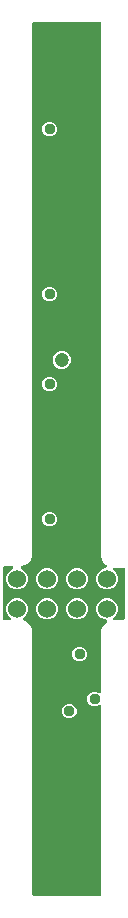
<source format=gbr>
G04 EAGLE Gerber RS-274X export*
G75*
%MOMM*%
%FSLAX34Y34*%
%LPD*%
%INEAGLE Copper Layer 2*%
%IPPOS*%
%AMOC8*
5,1,8,0,0,1.08239X$1,22.5*%
G01*
%ADD10C,1.524000*%
%ADD11C,0.956400*%
%ADD12C,1.206400*%

G36*
X67926Y10938D02*
X67926Y10938D01*
X68045Y10945D01*
X68083Y10958D01*
X68124Y10963D01*
X68234Y11006D01*
X68347Y11043D01*
X68382Y11065D01*
X68419Y11080D01*
X68515Y11149D01*
X68616Y11213D01*
X68644Y11243D01*
X68677Y11266D01*
X68753Y11358D01*
X68834Y11445D01*
X68854Y11480D01*
X68879Y11511D01*
X68930Y11619D01*
X68988Y11723D01*
X68998Y11763D01*
X69015Y11799D01*
X69037Y11916D01*
X69067Y12031D01*
X69071Y12091D01*
X69075Y12111D01*
X69073Y12132D01*
X69077Y12192D01*
X69077Y171394D01*
X69060Y171532D01*
X69047Y171672D01*
X69040Y171690D01*
X69037Y171710D01*
X68986Y171840D01*
X68939Y171971D01*
X68928Y171987D01*
X68920Y172005D01*
X68838Y172118D01*
X68760Y172234D01*
X68745Y172247D01*
X68734Y172263D01*
X68626Y172352D01*
X68521Y172444D01*
X68504Y172453D01*
X68489Y172465D01*
X68362Y172525D01*
X68238Y172588D01*
X68219Y172593D01*
X68201Y172601D01*
X68064Y172627D01*
X67927Y172658D01*
X67908Y172657D01*
X67889Y172661D01*
X67750Y172652D01*
X67610Y172648D01*
X67591Y172642D01*
X67571Y172641D01*
X67439Y172598D01*
X67304Y172559D01*
X67287Y172549D01*
X67269Y172543D01*
X67231Y172519D01*
X64755Y171493D01*
X62245Y171493D01*
X59928Y172453D01*
X58153Y174228D01*
X57193Y176545D01*
X57193Y179055D01*
X58153Y181372D01*
X59928Y183147D01*
X62245Y184107D01*
X64755Y184107D01*
X67306Y183050D01*
X67309Y183049D01*
X67415Y182999D01*
X67434Y182995D01*
X67452Y182988D01*
X67591Y182966D01*
X67728Y182939D01*
X67747Y182941D01*
X67767Y182937D01*
X67906Y182950D01*
X68045Y182959D01*
X68064Y182965D01*
X68083Y182967D01*
X68215Y183014D01*
X68347Y183057D01*
X68364Y183068D01*
X68383Y183074D01*
X68498Y183153D01*
X68616Y183227D01*
X68630Y183242D01*
X68646Y183253D01*
X68738Y183357D01*
X68834Y183459D01*
X68844Y183476D01*
X68857Y183491D01*
X68920Y183615D01*
X68988Y183737D01*
X68992Y183756D01*
X69001Y183774D01*
X69032Y183910D01*
X69067Y184045D01*
X69069Y184073D01*
X69071Y184084D01*
X69071Y184104D01*
X69077Y184206D01*
X69077Y235983D01*
X70740Y239997D01*
X73731Y242989D01*
X73817Y243098D01*
X73905Y243205D01*
X73914Y243224D01*
X73926Y243240D01*
X73982Y243368D01*
X74041Y243493D01*
X74045Y243513D01*
X74053Y243532D01*
X74075Y243670D01*
X74101Y243806D01*
X74099Y243826D01*
X74103Y243846D01*
X74090Y243985D01*
X74081Y244123D01*
X74075Y244142D01*
X74073Y244162D01*
X74026Y244294D01*
X73983Y244425D01*
X73972Y244443D01*
X73965Y244462D01*
X73887Y244577D01*
X73813Y244694D01*
X73798Y244708D01*
X73787Y244725D01*
X73682Y244817D01*
X73581Y244912D01*
X73563Y244922D01*
X73548Y244935D01*
X73424Y244999D01*
X73303Y245066D01*
X73283Y245071D01*
X73265Y245080D01*
X73129Y245110D01*
X72995Y245145D01*
X72967Y245147D01*
X72955Y245150D01*
X72934Y245149D01*
X72834Y245155D01*
X72181Y245155D01*
X68820Y246547D01*
X66247Y249120D01*
X64855Y252481D01*
X64855Y256119D01*
X66247Y259480D01*
X68820Y262053D01*
X72181Y263445D01*
X75819Y263445D01*
X79180Y262053D01*
X81753Y259480D01*
X83145Y256119D01*
X83145Y252481D01*
X81753Y249120D01*
X79532Y246899D01*
X79447Y246790D01*
X79358Y246683D01*
X79350Y246664D01*
X79337Y246648D01*
X79282Y246520D01*
X79223Y246395D01*
X79219Y246375D01*
X79211Y246356D01*
X79189Y246218D01*
X79163Y246082D01*
X79164Y246062D01*
X79161Y246042D01*
X79174Y245903D01*
X79183Y245765D01*
X79189Y245746D01*
X79191Y245726D01*
X79238Y245594D01*
X79281Y245463D01*
X79291Y245445D01*
X79298Y245426D01*
X79376Y245311D01*
X79451Y245194D01*
X79466Y245180D01*
X79477Y245163D01*
X79581Y245071D01*
X79682Y244976D01*
X79700Y244966D01*
X79715Y244953D01*
X79839Y244889D01*
X79961Y244822D01*
X79980Y244817D01*
X79999Y244808D01*
X80134Y244778D01*
X80269Y244743D01*
X80297Y244741D01*
X80309Y244738D01*
X80329Y244739D01*
X80430Y244733D01*
X87808Y244733D01*
X87926Y244748D01*
X88045Y244755D01*
X88083Y244768D01*
X88124Y244773D01*
X88234Y244816D01*
X88347Y244853D01*
X88382Y244875D01*
X88419Y244890D01*
X88515Y244959D01*
X88616Y245023D01*
X88644Y245053D01*
X88677Y245076D01*
X88753Y245168D01*
X88834Y245255D01*
X88854Y245290D01*
X88879Y245321D01*
X88930Y245429D01*
X88988Y245533D01*
X88998Y245573D01*
X89015Y245609D01*
X89037Y245726D01*
X89067Y245841D01*
X89071Y245901D01*
X89075Y245921D01*
X89073Y245942D01*
X89077Y246002D01*
X89077Y287808D01*
X89062Y287926D01*
X89055Y288045D01*
X89042Y288083D01*
X89037Y288124D01*
X88994Y288234D01*
X88957Y288347D01*
X88935Y288382D01*
X88920Y288419D01*
X88851Y288515D01*
X88787Y288616D01*
X88757Y288644D01*
X88734Y288677D01*
X88642Y288753D01*
X88555Y288834D01*
X88520Y288854D01*
X88489Y288879D01*
X88381Y288930D01*
X88277Y288988D01*
X88237Y288998D01*
X88201Y289015D01*
X88084Y289037D01*
X87969Y289067D01*
X87909Y289071D01*
X87889Y289075D01*
X87868Y289073D01*
X87808Y289077D01*
X80620Y289077D01*
X80482Y289060D01*
X80343Y289047D01*
X80324Y289040D01*
X80304Y289037D01*
X80175Y288986D01*
X80044Y288939D01*
X80027Y288928D01*
X80008Y288920D01*
X79896Y288839D01*
X79781Y288761D01*
X79767Y288745D01*
X79751Y288734D01*
X79662Y288626D01*
X79570Y288522D01*
X79561Y288504D01*
X79548Y288489D01*
X79489Y288363D01*
X79426Y288239D01*
X79421Y288219D01*
X79413Y288201D01*
X79387Y288065D01*
X79356Y287929D01*
X79357Y287908D01*
X79353Y287889D01*
X79361Y287750D01*
X79366Y287611D01*
X79371Y287591D01*
X79373Y287571D01*
X79415Y287439D01*
X79454Y287305D01*
X79464Y287288D01*
X79471Y287269D01*
X79545Y287151D01*
X79616Y287031D01*
X79634Y287010D01*
X79641Y287000D01*
X79656Y286986D01*
X79722Y286911D01*
X81753Y284880D01*
X83145Y281519D01*
X83145Y277881D01*
X81753Y274520D01*
X79180Y271947D01*
X75819Y270555D01*
X72181Y270555D01*
X68820Y271947D01*
X66247Y274520D01*
X64855Y277881D01*
X64855Y281519D01*
X66247Y284880D01*
X68820Y287453D01*
X72181Y288845D01*
X72644Y288845D01*
X72781Y288862D01*
X72920Y288875D01*
X72939Y288882D01*
X72960Y288885D01*
X73088Y288936D01*
X73220Y288983D01*
X73236Y288994D01*
X73255Y289002D01*
X73368Y289083D01*
X73483Y289161D01*
X73496Y289177D01*
X73513Y289188D01*
X73601Y289296D01*
X73693Y289400D01*
X73702Y289418D01*
X73715Y289433D01*
X73775Y289559D01*
X73838Y289683D01*
X73842Y289703D01*
X73851Y289721D01*
X73877Y289857D01*
X73907Y289993D01*
X73907Y290014D01*
X73911Y290033D01*
X73902Y290172D01*
X73898Y290311D01*
X73892Y290331D01*
X73891Y290351D01*
X73848Y290483D01*
X73809Y290617D01*
X73799Y290634D01*
X73793Y290653D01*
X73718Y290771D01*
X73648Y290891D01*
X73629Y290912D01*
X73623Y290922D01*
X73608Y290936D01*
X73541Y291011D01*
X70740Y293813D01*
X69077Y297827D01*
X69077Y749808D01*
X69062Y749926D01*
X69055Y750045D01*
X69042Y750083D01*
X69037Y750124D01*
X68994Y750234D01*
X68957Y750347D01*
X68935Y750382D01*
X68920Y750419D01*
X68851Y750515D01*
X68787Y750616D01*
X68757Y750644D01*
X68734Y750677D01*
X68642Y750753D01*
X68555Y750834D01*
X68520Y750854D01*
X68489Y750879D01*
X68381Y750930D01*
X68277Y750988D01*
X68237Y750998D01*
X68201Y751015D01*
X68084Y751037D01*
X67969Y751067D01*
X67909Y751071D01*
X67889Y751075D01*
X67868Y751073D01*
X67808Y751077D01*
X12192Y751077D01*
X12074Y751062D01*
X11955Y751055D01*
X11917Y751042D01*
X11876Y751037D01*
X11766Y750994D01*
X11653Y750957D01*
X11618Y750935D01*
X11581Y750920D01*
X11485Y750851D01*
X11384Y750787D01*
X11356Y750757D01*
X11323Y750734D01*
X11247Y750642D01*
X11166Y750555D01*
X11146Y750520D01*
X11121Y750489D01*
X11070Y750381D01*
X11012Y750277D01*
X11002Y750237D01*
X10985Y750201D01*
X10963Y750084D01*
X10933Y749969D01*
X10929Y749909D01*
X10925Y749889D01*
X10927Y749868D01*
X10923Y749808D01*
X10923Y299097D01*
X9260Y295083D01*
X6187Y292010D01*
X2085Y290311D01*
X2057Y290307D01*
X1992Y290282D01*
X1924Y290265D01*
X1845Y290223D01*
X1761Y290190D01*
X1705Y290149D01*
X1643Y290117D01*
X1577Y290056D01*
X1504Y290004D01*
X1459Y289950D01*
X1408Y289903D01*
X1358Y289828D01*
X1301Y289759D01*
X1271Y289695D01*
X1233Y289637D01*
X1204Y289552D01*
X1166Y289471D01*
X1152Y289402D01*
X1130Y289336D01*
X1123Y289247D01*
X1106Y289159D01*
X1110Y289089D01*
X1105Y289019D01*
X1120Y288931D01*
X1126Y288841D01*
X1147Y288775D01*
X1159Y288706D01*
X1196Y288624D01*
X1224Y288539D01*
X1261Y288480D01*
X1290Y288416D01*
X1346Y288346D01*
X1394Y288270D01*
X1445Y288222D01*
X1488Y288168D01*
X1560Y288113D01*
X1625Y288052D01*
X1686Y288018D01*
X1742Y287976D01*
X1887Y287905D01*
X2980Y287453D01*
X5553Y284880D01*
X6945Y281519D01*
X6945Y277881D01*
X5553Y274520D01*
X2980Y271947D01*
X-381Y270555D01*
X-4019Y270555D01*
X-7380Y271947D01*
X-9953Y274520D01*
X-11345Y277881D01*
X-11345Y281519D01*
X-9953Y284880D01*
X-7380Y287453D01*
X-6287Y287905D01*
X-6226Y287940D01*
X-6161Y287966D01*
X-6089Y288018D01*
X-6010Y288063D01*
X-5960Y288111D01*
X-5904Y288152D01*
X-5847Y288222D01*
X-5782Y288284D01*
X-5746Y288344D01*
X-5701Y288397D01*
X-5663Y288479D01*
X-5616Y288555D01*
X-5595Y288622D01*
X-5566Y288685D01*
X-5549Y288773D01*
X-5522Y288859D01*
X-5519Y288929D01*
X-5506Y288998D01*
X-5511Y289087D01*
X-5507Y289177D01*
X-5521Y289245D01*
X-5526Y289315D01*
X-5553Y289400D01*
X-5571Y289488D01*
X-5602Y289551D01*
X-5624Y289617D01*
X-5672Y289693D01*
X-5711Y289774D01*
X-5756Y289827D01*
X-5794Y289886D01*
X-5859Y289948D01*
X-5917Y290016D01*
X-5974Y290056D01*
X-6025Y290104D01*
X-6104Y290147D01*
X-6177Y290199D01*
X-6243Y290224D01*
X-6304Y290258D01*
X-6391Y290280D01*
X-6475Y290312D01*
X-6544Y290320D01*
X-6612Y290337D01*
X-6772Y290347D01*
X-12728Y290347D01*
X-12846Y290332D01*
X-12965Y290325D01*
X-13003Y290312D01*
X-13044Y290307D01*
X-13154Y290264D01*
X-13267Y290227D01*
X-13302Y290205D01*
X-13339Y290190D01*
X-13435Y290121D01*
X-13536Y290057D01*
X-13564Y290027D01*
X-13597Y290004D01*
X-13673Y289912D01*
X-13754Y289825D01*
X-13774Y289790D01*
X-13799Y289759D01*
X-13850Y289651D01*
X-13908Y289547D01*
X-13918Y289507D01*
X-13935Y289471D01*
X-13957Y289354D01*
X-13987Y289239D01*
X-13991Y289179D01*
X-13995Y289159D01*
X-13993Y289138D01*
X-13997Y289078D01*
X-13997Y246002D01*
X-13982Y245884D01*
X-13975Y245765D01*
X-13962Y245727D01*
X-13957Y245686D01*
X-13914Y245576D01*
X-13877Y245463D01*
X-13855Y245428D01*
X-13840Y245391D01*
X-13771Y245295D01*
X-13707Y245194D01*
X-13677Y245166D01*
X-13654Y245133D01*
X-13562Y245057D01*
X-13475Y244976D01*
X-13440Y244956D01*
X-13409Y244931D01*
X-13301Y244880D01*
X-13197Y244822D01*
X-13157Y244812D01*
X-13121Y244795D01*
X-13004Y244773D01*
X-12889Y244743D01*
X-12829Y244739D01*
X-12809Y244735D01*
X-12788Y244737D01*
X-12728Y244733D01*
X-8630Y244733D01*
X-8492Y244750D01*
X-8353Y244763D01*
X-8334Y244770D01*
X-8314Y244773D01*
X-8185Y244824D01*
X-8054Y244871D01*
X-8037Y244882D01*
X-8018Y244890D01*
X-7906Y244971D01*
X-7791Y245049D01*
X-7777Y245065D01*
X-7761Y245076D01*
X-7672Y245184D01*
X-7580Y245288D01*
X-7571Y245306D01*
X-7558Y245321D01*
X-7499Y245447D01*
X-7436Y245571D01*
X-7431Y245591D01*
X-7423Y245609D01*
X-7397Y245745D01*
X-7366Y245881D01*
X-7367Y245902D01*
X-7363Y245921D01*
X-7371Y246060D01*
X-7376Y246199D01*
X-7381Y246219D01*
X-7383Y246239D01*
X-7425Y246371D01*
X-7464Y246505D01*
X-7474Y246522D01*
X-7481Y246541D01*
X-7555Y246659D01*
X-7626Y246779D01*
X-7644Y246800D01*
X-7651Y246810D01*
X-7666Y246824D01*
X-7732Y246899D01*
X-9953Y249120D01*
X-11345Y252481D01*
X-11345Y256119D01*
X-9953Y259480D01*
X-7380Y262053D01*
X-4019Y263445D01*
X-381Y263445D01*
X2980Y262053D01*
X5553Y259480D01*
X6945Y256119D01*
X6945Y252481D01*
X5553Y249120D01*
X2804Y246371D01*
X2773Y246332D01*
X2736Y246298D01*
X2676Y246207D01*
X2609Y246120D01*
X2589Y246074D01*
X2562Y246033D01*
X2526Y245929D01*
X2482Y245828D01*
X2474Y245779D01*
X2458Y245732D01*
X2450Y245622D01*
X2432Y245514D01*
X2437Y245464D01*
X2433Y245415D01*
X2452Y245306D01*
X2462Y245197D01*
X2479Y245150D01*
X2488Y245101D01*
X2533Y245001D01*
X2570Y244898D01*
X2598Y244857D01*
X2618Y244811D01*
X2687Y244726D01*
X2748Y244635D01*
X2786Y244602D01*
X2817Y244563D01*
X2905Y244497D01*
X2987Y244424D01*
X3031Y244402D01*
X3071Y244372D01*
X3215Y244301D01*
X6187Y243070D01*
X9260Y239997D01*
X10923Y235983D01*
X10923Y12192D01*
X10938Y12074D01*
X10945Y11955D01*
X10958Y11917D01*
X10963Y11876D01*
X11006Y11766D01*
X11043Y11653D01*
X11065Y11618D01*
X11080Y11581D01*
X11149Y11485D01*
X11213Y11384D01*
X11243Y11356D01*
X11266Y11323D01*
X11358Y11247D01*
X11445Y11166D01*
X11480Y11146D01*
X11511Y11121D01*
X11619Y11070D01*
X11723Y11012D01*
X11763Y11002D01*
X11799Y10985D01*
X11916Y10963D01*
X12031Y10933D01*
X12091Y10929D01*
X12111Y10925D01*
X12132Y10927D01*
X12192Y10923D01*
X67808Y10923D01*
X67926Y10938D01*
G37*
%LPC*%
G36*
X46781Y270555D02*
X46781Y270555D01*
X43420Y271947D01*
X40847Y274520D01*
X39455Y277881D01*
X39455Y281519D01*
X40847Y284880D01*
X43420Y287453D01*
X46781Y288845D01*
X50419Y288845D01*
X53780Y287453D01*
X56353Y284880D01*
X57745Y281519D01*
X57745Y277881D01*
X56353Y274520D01*
X53780Y271947D01*
X50419Y270555D01*
X46781Y270555D01*
G37*
%LPD*%
%LPC*%
G36*
X21381Y270555D02*
X21381Y270555D01*
X18020Y271947D01*
X15447Y274520D01*
X14055Y277881D01*
X14055Y281519D01*
X15447Y284880D01*
X18020Y287453D01*
X21381Y288845D01*
X25019Y288845D01*
X28380Y287453D01*
X30953Y284880D01*
X32345Y281519D01*
X32345Y277881D01*
X30953Y274520D01*
X28380Y271947D01*
X25019Y270555D01*
X21381Y270555D01*
G37*
%LPD*%
%LPC*%
G36*
X46781Y245155D02*
X46781Y245155D01*
X43420Y246547D01*
X40847Y249120D01*
X39455Y252481D01*
X39455Y256119D01*
X40847Y259480D01*
X43420Y262053D01*
X46781Y263445D01*
X50419Y263445D01*
X53780Y262053D01*
X56353Y259480D01*
X57745Y256119D01*
X57745Y252481D01*
X56353Y249120D01*
X53780Y246547D01*
X50419Y245155D01*
X46781Y245155D01*
G37*
%LPD*%
%LPC*%
G36*
X21381Y245155D02*
X21381Y245155D01*
X18020Y246547D01*
X15447Y249120D01*
X14055Y252481D01*
X14055Y256119D01*
X15447Y259480D01*
X18020Y262053D01*
X21381Y263445D01*
X25019Y263445D01*
X28380Y262053D01*
X30953Y259480D01*
X32345Y256119D01*
X32345Y252481D01*
X30953Y249120D01*
X28380Y246547D01*
X25019Y245155D01*
X21381Y245155D01*
G37*
%LPD*%
%LPC*%
G36*
X34057Y457263D02*
X34057Y457263D01*
X31279Y458414D01*
X29154Y460539D01*
X28003Y463317D01*
X28003Y466323D01*
X29154Y469101D01*
X31279Y471226D01*
X34057Y472377D01*
X37063Y472377D01*
X39841Y471226D01*
X41966Y469101D01*
X43117Y466323D01*
X43117Y463317D01*
X41966Y460539D01*
X39841Y458414D01*
X37063Y457263D01*
X34057Y457263D01*
G37*
%LPD*%
%LPC*%
G36*
X24145Y654093D02*
X24145Y654093D01*
X21828Y655053D01*
X20053Y656828D01*
X19093Y659145D01*
X19093Y661655D01*
X20053Y663972D01*
X21828Y665747D01*
X24145Y666707D01*
X26655Y666707D01*
X28972Y665747D01*
X30747Y663972D01*
X31707Y661655D01*
X31707Y659145D01*
X30747Y656828D01*
X28972Y655053D01*
X26655Y654093D01*
X24145Y654093D01*
G37*
%LPD*%
%LPC*%
G36*
X24145Y514393D02*
X24145Y514393D01*
X21828Y515353D01*
X20053Y517128D01*
X19093Y519445D01*
X19093Y521955D01*
X20053Y524272D01*
X21828Y526047D01*
X24145Y527007D01*
X26655Y527007D01*
X28972Y526047D01*
X30747Y524272D01*
X31707Y521955D01*
X31707Y519445D01*
X30747Y517128D01*
X28972Y515353D01*
X26655Y514393D01*
X24145Y514393D01*
G37*
%LPD*%
%LPC*%
G36*
X24145Y438193D02*
X24145Y438193D01*
X21828Y439153D01*
X20053Y440928D01*
X19093Y443245D01*
X19093Y445755D01*
X20053Y448072D01*
X21828Y449847D01*
X24145Y450807D01*
X26655Y450807D01*
X28972Y449847D01*
X30747Y448072D01*
X31707Y445755D01*
X31707Y443245D01*
X30747Y440928D01*
X28972Y439153D01*
X26655Y438193D01*
X24145Y438193D01*
G37*
%LPD*%
%LPC*%
G36*
X24145Y323893D02*
X24145Y323893D01*
X21828Y324853D01*
X20053Y326628D01*
X19093Y328945D01*
X19093Y331455D01*
X20053Y333772D01*
X21828Y335547D01*
X24145Y336507D01*
X26655Y336507D01*
X28972Y335547D01*
X30747Y333772D01*
X31707Y331455D01*
X31707Y328945D01*
X30747Y326628D01*
X28972Y324853D01*
X26655Y323893D01*
X24145Y323893D01*
G37*
%LPD*%
%LPC*%
G36*
X49545Y209593D02*
X49545Y209593D01*
X47228Y210553D01*
X45453Y212328D01*
X44493Y214645D01*
X44493Y217155D01*
X45453Y219472D01*
X47228Y221247D01*
X49545Y222207D01*
X52055Y222207D01*
X54372Y221247D01*
X56147Y219472D01*
X57107Y217155D01*
X57107Y214645D01*
X56147Y212328D01*
X54372Y210553D01*
X52055Y209593D01*
X49545Y209593D01*
G37*
%LPD*%
%LPC*%
G36*
X40655Y161333D02*
X40655Y161333D01*
X38338Y162293D01*
X36563Y164068D01*
X35603Y166385D01*
X35603Y168895D01*
X36563Y171212D01*
X38338Y172987D01*
X40655Y173947D01*
X43165Y173947D01*
X45482Y172987D01*
X47257Y171212D01*
X48217Y168895D01*
X48217Y166385D01*
X47257Y164068D01*
X45482Y162293D01*
X43165Y161333D01*
X40655Y161333D01*
G37*
%LPD*%
D10*
X-2200Y279700D03*
X23200Y279700D03*
X48600Y279700D03*
X74000Y279700D03*
X-2200Y254300D03*
X23200Y254300D03*
X48600Y254300D03*
X74000Y254300D03*
D11*
X20320Y175260D03*
X25400Y88900D03*
X50800Y88900D03*
X55880Y368300D03*
X50800Y635000D03*
X25400Y520700D03*
X50800Y215900D03*
X63500Y177800D03*
X41910Y167640D03*
X25400Y444500D03*
X25400Y330200D03*
X25400Y660400D03*
D12*
X35560Y464820D03*
M02*

</source>
